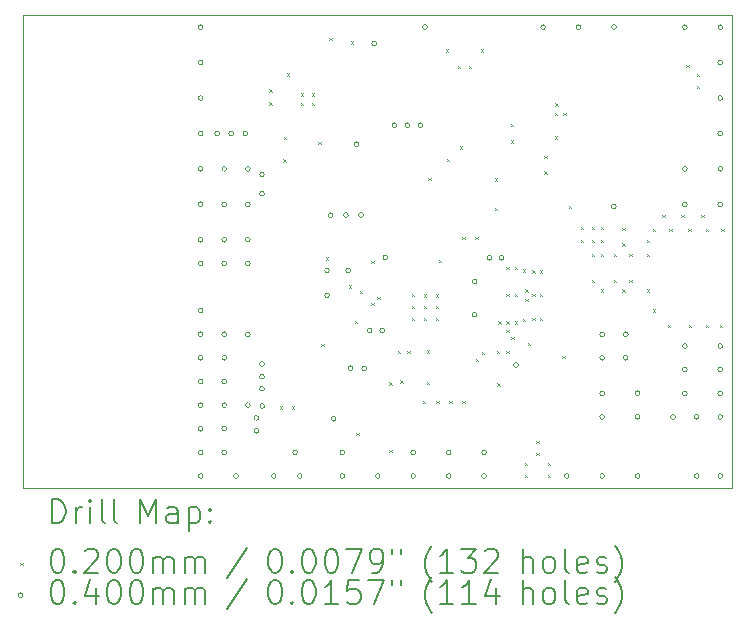
<source format=gbr>
%TF.GenerationSoftware,KiCad,Pcbnew,(7.0.0)*%
%TF.CreationDate,2023-03-08T15:07:33+02:00*%
%TF.ProjectId,SARA-R4_DevBoard,53415241-2d52-4345-9f44-6576426f6172,rev?*%
%TF.SameCoordinates,Original*%
%TF.FileFunction,Drillmap*%
%TF.FilePolarity,Positive*%
%FSLAX45Y45*%
G04 Gerber Fmt 4.5, Leading zero omitted, Abs format (unit mm)*
G04 Created by KiCad (PCBNEW (7.0.0)) date 2023-03-08 15:07:33*
%MOMM*%
%LPD*%
G01*
G04 APERTURE LIST*
%ADD10C,0.100000*%
%ADD11C,0.200000*%
%ADD12C,0.020000*%
%ADD13C,0.040000*%
G04 APERTURE END LIST*
D10*
X18000000Y-12000000D02*
X18000000Y-8000000D01*
X12000000Y-8000000D02*
X12000000Y-12000000D01*
X12000000Y-8000000D02*
X18000000Y-8000000D01*
X12000000Y-12000000D02*
X18000000Y-12000000D01*
D11*
D12*
X14082500Y-8737500D02*
X14102500Y-8757500D01*
X14102500Y-8737500D02*
X14082500Y-8757500D01*
X14083000Y-8625000D02*
X14103000Y-8645000D01*
X14103000Y-8625000D02*
X14083000Y-8645000D01*
X14170000Y-11310000D02*
X14190000Y-11330000D01*
X14190000Y-11310000D02*
X14170000Y-11330000D01*
X14200000Y-9220000D02*
X14220000Y-9240000D01*
X14220000Y-9220000D02*
X14200000Y-9240000D01*
X14203000Y-9028000D02*
X14223000Y-9048000D01*
X14223000Y-9028000D02*
X14203000Y-9048000D01*
X14230000Y-8490000D02*
X14250000Y-8510000D01*
X14250000Y-8490000D02*
X14230000Y-8510000D01*
X14270000Y-11310000D02*
X14290000Y-11330000D01*
X14290000Y-11310000D02*
X14270000Y-11330000D01*
X14350000Y-8660000D02*
X14370000Y-8680000D01*
X14370000Y-8660000D02*
X14350000Y-8680000D01*
X14350000Y-8740000D02*
X14370000Y-8760000D01*
X14370000Y-8740000D02*
X14350000Y-8760000D01*
X14440000Y-8660000D02*
X14460000Y-8680000D01*
X14460000Y-8660000D02*
X14440000Y-8680000D01*
X14440000Y-8740000D02*
X14460000Y-8760000D01*
X14460000Y-8740000D02*
X14440000Y-8760000D01*
X14497000Y-9069000D02*
X14517000Y-9089000D01*
X14517000Y-9069000D02*
X14497000Y-9089000D01*
X14521000Y-10782000D02*
X14541000Y-10802000D01*
X14541000Y-10782000D02*
X14521000Y-10802000D01*
X14560000Y-10050000D02*
X14580000Y-10070000D01*
X14580000Y-10050000D02*
X14560000Y-10070000D01*
X14590000Y-8190000D02*
X14610000Y-8210000D01*
X14610000Y-8190000D02*
X14590000Y-8210000D01*
X14755000Y-10285000D02*
X14775000Y-10305000D01*
X14775000Y-10285000D02*
X14755000Y-10305000D01*
X14770000Y-8220000D02*
X14790000Y-8240000D01*
X14790000Y-8220000D02*
X14770000Y-8240000D01*
X14804000Y-10585000D02*
X14824000Y-10605000D01*
X14824000Y-10585000D02*
X14804000Y-10605000D01*
X14820000Y-11533000D02*
X14840000Y-11553000D01*
X14840000Y-11533000D02*
X14820000Y-11553000D01*
X14850000Y-10335000D02*
X14870000Y-10355000D01*
X14870000Y-10335000D02*
X14850000Y-10355000D01*
X14946000Y-10077000D02*
X14966000Y-10097000D01*
X14966000Y-10077000D02*
X14946000Y-10097000D01*
X14946000Y-10436000D02*
X14966000Y-10456000D01*
X14966000Y-10436000D02*
X14946000Y-10456000D01*
X14997000Y-10385000D02*
X15017000Y-10405000D01*
X15017000Y-10385000D02*
X14997000Y-10405000D01*
X15097000Y-11106000D02*
X15117000Y-11126000D01*
X15117000Y-11106000D02*
X15097000Y-11126000D01*
X15098000Y-11681000D02*
X15118000Y-11701000D01*
X15118000Y-11681000D02*
X15098000Y-11701000D01*
X15170000Y-10840000D02*
X15190000Y-10860000D01*
X15190000Y-10840000D02*
X15170000Y-10860000D01*
X15190000Y-11090000D02*
X15210000Y-11110000D01*
X15210000Y-11090000D02*
X15190000Y-11110000D01*
X15250000Y-10840000D02*
X15270000Y-10860000D01*
X15270000Y-10840000D02*
X15250000Y-10860000D01*
X15291000Y-10360000D02*
X15311000Y-10380000D01*
X15311000Y-10360000D02*
X15291000Y-10380000D01*
X15291000Y-10459000D02*
X15311000Y-10479000D01*
X15311000Y-10459000D02*
X15291000Y-10479000D01*
X15291000Y-10560000D02*
X15311000Y-10580000D01*
X15311000Y-10560000D02*
X15291000Y-10580000D01*
X15383000Y-11265000D02*
X15403000Y-11285000D01*
X15403000Y-11265000D02*
X15383000Y-11285000D01*
X15390000Y-10361000D02*
X15410000Y-10381000D01*
X15410000Y-10361000D02*
X15390000Y-10381000D01*
X15390000Y-10460000D02*
X15410000Y-10480000D01*
X15410000Y-10460000D02*
X15390000Y-10480000D01*
X15390000Y-10561000D02*
X15410000Y-10581000D01*
X15410000Y-10561000D02*
X15390000Y-10581000D01*
X15415000Y-10835000D02*
X15435000Y-10855000D01*
X15435000Y-10835000D02*
X15415000Y-10855000D01*
X15415000Y-11103000D02*
X15435000Y-11123000D01*
X15435000Y-11103000D02*
X15415000Y-11123000D01*
X15427000Y-9377000D02*
X15447000Y-9397000D01*
X15447000Y-9377000D02*
X15427000Y-9397000D01*
X15489000Y-10361000D02*
X15509000Y-10381000D01*
X15509000Y-10361000D02*
X15489000Y-10381000D01*
X15489000Y-10460000D02*
X15509000Y-10480000D01*
X15509000Y-10460000D02*
X15489000Y-10480000D01*
X15489000Y-10561000D02*
X15509000Y-10581000D01*
X15509000Y-10561000D02*
X15489000Y-10581000D01*
X15495000Y-11265000D02*
X15515000Y-11285000D01*
X15515000Y-11265000D02*
X15495000Y-11285000D01*
X15516000Y-10072000D02*
X15536000Y-10092000D01*
X15536000Y-10072000D02*
X15516000Y-10092000D01*
X15575000Y-8288000D02*
X15595000Y-8308000D01*
X15595000Y-8288000D02*
X15575000Y-8308000D01*
X15586000Y-9216000D02*
X15606000Y-9236000D01*
X15606000Y-9216000D02*
X15586000Y-9236000D01*
X15605000Y-11265000D02*
X15625000Y-11285000D01*
X15625000Y-11265000D02*
X15605000Y-11285000D01*
X15680000Y-8430000D02*
X15700000Y-8450000D01*
X15700000Y-8430000D02*
X15680000Y-8450000D01*
X15695000Y-9109000D02*
X15715000Y-9129000D01*
X15715000Y-9109000D02*
X15695000Y-9129000D01*
X15715000Y-11265000D02*
X15735000Y-11285000D01*
X15735000Y-11265000D02*
X15715000Y-11285000D01*
X15716000Y-9874000D02*
X15736000Y-9894000D01*
X15736000Y-9874000D02*
X15716000Y-9894000D01*
X15770000Y-8430000D02*
X15790000Y-8450000D01*
X15790000Y-8430000D02*
X15770000Y-8450000D01*
X15825000Y-9874000D02*
X15845000Y-9894000D01*
X15845000Y-9874000D02*
X15825000Y-9894000D01*
X15830000Y-10910000D02*
X15850000Y-10930000D01*
X15850000Y-10910000D02*
X15830000Y-10930000D01*
X15875000Y-8288000D02*
X15895000Y-8308000D01*
X15895000Y-8288000D02*
X15875000Y-8308000D01*
X15880000Y-10850000D02*
X15900000Y-10870000D01*
X15900000Y-10850000D02*
X15880000Y-10870000D01*
X15990000Y-9380000D02*
X16010000Y-9400000D01*
X16010000Y-9380000D02*
X15990000Y-9400000D01*
X15990000Y-9631000D02*
X16010000Y-9651000D01*
X16010000Y-9631000D02*
X15990000Y-9651000D01*
X16010000Y-10840000D02*
X16030000Y-10860000D01*
X16030000Y-10840000D02*
X16010000Y-10860000D01*
X16012000Y-11117000D02*
X16032000Y-11137000D01*
X16032000Y-11117000D02*
X16012000Y-11137000D01*
X16020000Y-10590000D02*
X16040000Y-10610000D01*
X16040000Y-10590000D02*
X16020000Y-10610000D01*
X16090000Y-10130000D02*
X16110000Y-10150000D01*
X16110000Y-10130000D02*
X16090000Y-10150000D01*
X16090000Y-10360000D02*
X16110000Y-10380000D01*
X16110000Y-10360000D02*
X16090000Y-10380000D01*
X16090000Y-10590000D02*
X16110000Y-10610000D01*
X16110000Y-10590000D02*
X16090000Y-10610000D01*
X16090000Y-10660000D02*
X16110000Y-10680000D01*
X16110000Y-10660000D02*
X16090000Y-10680000D01*
X16090000Y-10840000D02*
X16110000Y-10860000D01*
X16110000Y-10840000D02*
X16090000Y-10860000D01*
X16128000Y-8920000D02*
X16148000Y-8940000D01*
X16148000Y-8920000D02*
X16128000Y-8940000D01*
X16128000Y-9058000D02*
X16148000Y-9078000D01*
X16148000Y-9058000D02*
X16128000Y-9078000D01*
X16130000Y-10720000D02*
X16150000Y-10740000D01*
X16150000Y-10720000D02*
X16130000Y-10740000D01*
X16160000Y-10130000D02*
X16180000Y-10150000D01*
X16180000Y-10130000D02*
X16160000Y-10150000D01*
X16160000Y-10360000D02*
X16180000Y-10380000D01*
X16180000Y-10360000D02*
X16160000Y-10380000D01*
X16160000Y-10590000D02*
X16180000Y-10610000D01*
X16180000Y-10590000D02*
X16160000Y-10610000D01*
X16230000Y-10150000D02*
X16250000Y-10170000D01*
X16250000Y-10150000D02*
X16230000Y-10170000D01*
X16230000Y-10570000D02*
X16250000Y-10590000D01*
X16250000Y-10570000D02*
X16230000Y-10590000D01*
X16246500Y-11790000D02*
X16266500Y-11810000D01*
X16266500Y-11790000D02*
X16246500Y-11810000D01*
X16246500Y-11891000D02*
X16266500Y-11911000D01*
X16266500Y-11891000D02*
X16246500Y-11911000D01*
X16250000Y-10320000D02*
X16270000Y-10340000D01*
X16270000Y-10320000D02*
X16250000Y-10340000D01*
X16250000Y-10400000D02*
X16270000Y-10420000D01*
X16270000Y-10400000D02*
X16250000Y-10420000D01*
X16270000Y-10770000D02*
X16290000Y-10790000D01*
X16290000Y-10770000D02*
X16270000Y-10790000D01*
X16310000Y-10160000D02*
X16330000Y-10180000D01*
X16330000Y-10160000D02*
X16310000Y-10180000D01*
X16310000Y-10360000D02*
X16330000Y-10380000D01*
X16330000Y-10360000D02*
X16310000Y-10380000D01*
X16310000Y-10560000D02*
X16330000Y-10580000D01*
X16330000Y-10560000D02*
X16310000Y-10580000D01*
X16342500Y-11601000D02*
X16362500Y-11621000D01*
X16362500Y-11601000D02*
X16342500Y-11621000D01*
X16342500Y-11703000D02*
X16362500Y-11723000D01*
X16362500Y-11703000D02*
X16342500Y-11723000D01*
X16370000Y-10160000D02*
X16390000Y-10180000D01*
X16390000Y-10160000D02*
X16370000Y-10180000D01*
X16370000Y-10360000D02*
X16390000Y-10380000D01*
X16390000Y-10360000D02*
X16370000Y-10380000D01*
X16370000Y-10560000D02*
X16390000Y-10580000D01*
X16390000Y-10560000D02*
X16370000Y-10580000D01*
X16410000Y-9190000D02*
X16430000Y-9210000D01*
X16430000Y-9190000D02*
X16410000Y-9210000D01*
X16410000Y-9320000D02*
X16430000Y-9340000D01*
X16430000Y-9320000D02*
X16410000Y-9340000D01*
X16438500Y-11789000D02*
X16458500Y-11809000D01*
X16458500Y-11789000D02*
X16438500Y-11809000D01*
X16438500Y-11891000D02*
X16458500Y-11911000D01*
X16458500Y-11891000D02*
X16438500Y-11911000D01*
X16501000Y-8823000D02*
X16521000Y-8843000D01*
X16521000Y-8823000D02*
X16501000Y-8843000D01*
X16501000Y-9025000D02*
X16521000Y-9045000D01*
X16521000Y-9025000D02*
X16501000Y-9045000D01*
X16502000Y-8744000D02*
X16522000Y-8764000D01*
X16522000Y-8744000D02*
X16502000Y-8764000D01*
X16562500Y-10885000D02*
X16582500Y-10905000D01*
X16582500Y-10885000D02*
X16562500Y-10905000D01*
X16571000Y-8823000D02*
X16591000Y-8843000D01*
X16591000Y-8823000D02*
X16571000Y-8843000D01*
X16619000Y-9612000D02*
X16639000Y-9632000D01*
X16639000Y-9612000D02*
X16619000Y-9632000D01*
X16720000Y-9790000D02*
X16740000Y-9810000D01*
X16740000Y-9790000D02*
X16720000Y-9810000D01*
X16720000Y-9900000D02*
X16740000Y-9920000D01*
X16740000Y-9900000D02*
X16720000Y-9920000D01*
X16810000Y-9790000D02*
X16830000Y-9810000D01*
X16830000Y-9790000D02*
X16810000Y-9810000D01*
X16810000Y-9900000D02*
X16830000Y-9920000D01*
X16830000Y-9900000D02*
X16810000Y-9920000D01*
X16810000Y-10020000D02*
X16830000Y-10040000D01*
X16830000Y-10020000D02*
X16810000Y-10040000D01*
X16810000Y-10240000D02*
X16830000Y-10260000D01*
X16830000Y-10240000D02*
X16810000Y-10260000D01*
X16890000Y-9790000D02*
X16910000Y-9810000D01*
X16910000Y-9790000D02*
X16890000Y-9810000D01*
X16890000Y-9900000D02*
X16910000Y-9920000D01*
X16910000Y-9900000D02*
X16890000Y-9920000D01*
X16890000Y-10020000D02*
X16910000Y-10040000D01*
X16910000Y-10020000D02*
X16890000Y-10040000D01*
X16890000Y-10320000D02*
X16910000Y-10340000D01*
X16910000Y-10320000D02*
X16890000Y-10340000D01*
X17000000Y-10020000D02*
X17020000Y-10040000D01*
X17020000Y-10020000D02*
X17000000Y-10040000D01*
X17000000Y-10240000D02*
X17020000Y-10260000D01*
X17020000Y-10240000D02*
X17000000Y-10260000D01*
X17070000Y-9800000D02*
X17090000Y-9820000D01*
X17090000Y-9800000D02*
X17070000Y-9820000D01*
X17070000Y-9930000D02*
X17090000Y-9950000D01*
X17090000Y-9930000D02*
X17070000Y-9950000D01*
X17070000Y-10320000D02*
X17090000Y-10340000D01*
X17090000Y-10320000D02*
X17070000Y-10340000D01*
X17130000Y-10020000D02*
X17150000Y-10040000D01*
X17150000Y-10020000D02*
X17130000Y-10040000D01*
X17130000Y-10240000D02*
X17150000Y-10260000D01*
X17150000Y-10240000D02*
X17130000Y-10260000D01*
X17280000Y-9900000D02*
X17300000Y-9920000D01*
X17300000Y-9900000D02*
X17280000Y-9920000D01*
X17280000Y-10020000D02*
X17300000Y-10040000D01*
X17300000Y-10020000D02*
X17280000Y-10040000D01*
X17280000Y-10320000D02*
X17300000Y-10340000D01*
X17300000Y-10320000D02*
X17280000Y-10340000D01*
X17330000Y-9810000D02*
X17350000Y-9830000D01*
X17350000Y-9810000D02*
X17330000Y-9830000D01*
X17330000Y-10490000D02*
X17350000Y-10510000D01*
X17350000Y-10490000D02*
X17330000Y-10510000D01*
X17410000Y-9690000D02*
X17430000Y-9710000D01*
X17430000Y-9690000D02*
X17410000Y-9710000D01*
X17455000Y-10622000D02*
X17475000Y-10642000D01*
X17475000Y-10622000D02*
X17455000Y-10642000D01*
X17470000Y-9810000D02*
X17490000Y-9830000D01*
X17490000Y-9810000D02*
X17470000Y-9830000D01*
X17570000Y-9690000D02*
X17590000Y-9710000D01*
X17590000Y-9690000D02*
X17570000Y-9710000D01*
X17612000Y-8418000D02*
X17632000Y-8438000D01*
X17632000Y-8418000D02*
X17612000Y-8438000D01*
X17630000Y-9810000D02*
X17650000Y-9830000D01*
X17650000Y-9810000D02*
X17630000Y-9830000D01*
X17631000Y-10622000D02*
X17651000Y-10642000D01*
X17651000Y-10622000D02*
X17631000Y-10642000D01*
X17699000Y-8599000D02*
X17719000Y-8619000D01*
X17719000Y-8599000D02*
X17699000Y-8619000D01*
X17700000Y-8494000D02*
X17720000Y-8514000D01*
X17720000Y-8494000D02*
X17700000Y-8514000D01*
X17740000Y-9690000D02*
X17760000Y-9710000D01*
X17760000Y-9690000D02*
X17740000Y-9710000D01*
X17780000Y-9810000D02*
X17800000Y-9830000D01*
X17800000Y-9810000D02*
X17780000Y-9830000D01*
X17780000Y-10622000D02*
X17800000Y-10642000D01*
X17800000Y-10622000D02*
X17780000Y-10642000D01*
X17895000Y-10621000D02*
X17915000Y-10641000D01*
X17915000Y-10621000D02*
X17895000Y-10641000D01*
X17910000Y-9810000D02*
X17930000Y-9830000D01*
X17930000Y-9810000D02*
X17910000Y-9830000D01*
D13*
X13520000Y-8100000D02*
G75*
G03*
X13520000Y-8100000I-20000J0D01*
G01*
X13520000Y-8400000D02*
G75*
G03*
X13520000Y-8400000I-20000J0D01*
G01*
X13520000Y-8700000D02*
G75*
G03*
X13520000Y-8700000I-20000J0D01*
G01*
X13520000Y-9000000D02*
G75*
G03*
X13520000Y-9000000I-20000J0D01*
G01*
X13520000Y-9300000D02*
G75*
G03*
X13520000Y-9300000I-20000J0D01*
G01*
X13520000Y-9600000D02*
G75*
G03*
X13520000Y-9600000I-20000J0D01*
G01*
X13520000Y-9900000D02*
G75*
G03*
X13520000Y-9900000I-20000J0D01*
G01*
X13520000Y-10100000D02*
G75*
G03*
X13520000Y-10100000I-20000J0D01*
G01*
X13520000Y-10500000D02*
G75*
G03*
X13520000Y-10500000I-20000J0D01*
G01*
X13520000Y-10700000D02*
G75*
G03*
X13520000Y-10700000I-20000J0D01*
G01*
X13520000Y-10900000D02*
G75*
G03*
X13520000Y-10900000I-20000J0D01*
G01*
X13520000Y-11100000D02*
G75*
G03*
X13520000Y-11100000I-20000J0D01*
G01*
X13520000Y-11300000D02*
G75*
G03*
X13520000Y-11300000I-20000J0D01*
G01*
X13520000Y-11500000D02*
G75*
G03*
X13520000Y-11500000I-20000J0D01*
G01*
X13520000Y-11700000D02*
G75*
G03*
X13520000Y-11700000I-20000J0D01*
G01*
X13520000Y-11900000D02*
G75*
G03*
X13520000Y-11900000I-20000J0D01*
G01*
X13660000Y-9000000D02*
G75*
G03*
X13660000Y-9000000I-20000J0D01*
G01*
X13720000Y-9300000D02*
G75*
G03*
X13720000Y-9300000I-20000J0D01*
G01*
X13720000Y-9600000D02*
G75*
G03*
X13720000Y-9600000I-20000J0D01*
G01*
X13720000Y-9900000D02*
G75*
G03*
X13720000Y-9900000I-20000J0D01*
G01*
X13720000Y-10100000D02*
G75*
G03*
X13720000Y-10100000I-20000J0D01*
G01*
X13720000Y-10700000D02*
G75*
G03*
X13720000Y-10700000I-20000J0D01*
G01*
X13720000Y-10900000D02*
G75*
G03*
X13720000Y-10900000I-20000J0D01*
G01*
X13720000Y-11100000D02*
G75*
G03*
X13720000Y-11100000I-20000J0D01*
G01*
X13720000Y-11300000D02*
G75*
G03*
X13720000Y-11300000I-20000J0D01*
G01*
X13720000Y-11500000D02*
G75*
G03*
X13720000Y-11500000I-20000J0D01*
G01*
X13720000Y-11700000D02*
G75*
G03*
X13720000Y-11700000I-20000J0D01*
G01*
X13780000Y-9000000D02*
G75*
G03*
X13780000Y-9000000I-20000J0D01*
G01*
X13820000Y-11900000D02*
G75*
G03*
X13820000Y-11900000I-20000J0D01*
G01*
X13900000Y-9000000D02*
G75*
G03*
X13900000Y-9000000I-20000J0D01*
G01*
X13920000Y-9300000D02*
G75*
G03*
X13920000Y-9300000I-20000J0D01*
G01*
X13920000Y-9600000D02*
G75*
G03*
X13920000Y-9600000I-20000J0D01*
G01*
X13920000Y-9900000D02*
G75*
G03*
X13920000Y-9900000I-20000J0D01*
G01*
X13920000Y-10100000D02*
G75*
G03*
X13920000Y-10100000I-20000J0D01*
G01*
X13920000Y-10700000D02*
G75*
G03*
X13920000Y-10700000I-20000J0D01*
G01*
X13920000Y-11300000D02*
G75*
G03*
X13920000Y-11300000I-20000J0D01*
G01*
X13992000Y-11518000D02*
G75*
G03*
X13992000Y-11518000I-20000J0D01*
G01*
X13993000Y-11409000D02*
G75*
G03*
X13993000Y-11409000I-20000J0D01*
G01*
X14040000Y-9348000D02*
G75*
G03*
X14040000Y-9348000I-20000J0D01*
G01*
X14040000Y-9510000D02*
G75*
G03*
X14040000Y-9510000I-20000J0D01*
G01*
X14040000Y-10952000D02*
G75*
G03*
X14040000Y-10952000I-20000J0D01*
G01*
X14040000Y-11060000D02*
G75*
G03*
X14040000Y-11060000I-20000J0D01*
G01*
X14040000Y-11162000D02*
G75*
G03*
X14040000Y-11162000I-20000J0D01*
G01*
X14042000Y-11308000D02*
G75*
G03*
X14042000Y-11308000I-20000J0D01*
G01*
X14140000Y-11900000D02*
G75*
G03*
X14140000Y-11900000I-20000J0D01*
G01*
X14320000Y-11700000D02*
G75*
G03*
X14320000Y-11700000I-20000J0D01*
G01*
X14360000Y-11900000D02*
G75*
G03*
X14360000Y-11900000I-20000J0D01*
G01*
X14590000Y-10160000D02*
G75*
G03*
X14590000Y-10160000I-20000J0D01*
G01*
X14591000Y-10370000D02*
G75*
G03*
X14591000Y-10370000I-20000J0D01*
G01*
X14621000Y-9693000D02*
G75*
G03*
X14621000Y-9693000I-20000J0D01*
G01*
X14646000Y-11415000D02*
G75*
G03*
X14646000Y-11415000I-20000J0D01*
G01*
X14720000Y-11700000D02*
G75*
G03*
X14720000Y-11700000I-20000J0D01*
G01*
X14720000Y-11900000D02*
G75*
G03*
X14720000Y-11900000I-20000J0D01*
G01*
X14750000Y-9691000D02*
G75*
G03*
X14750000Y-9691000I-20000J0D01*
G01*
X14770000Y-10160000D02*
G75*
G03*
X14770000Y-10160000I-20000J0D01*
G01*
X14789000Y-10988000D02*
G75*
G03*
X14789000Y-10988000I-20000J0D01*
G01*
X14840000Y-9090000D02*
G75*
G03*
X14840000Y-9090000I-20000J0D01*
G01*
X14879000Y-9690000D02*
G75*
G03*
X14879000Y-9690000I-20000J0D01*
G01*
X14905000Y-10989000D02*
G75*
G03*
X14905000Y-10989000I-20000J0D01*
G01*
X14951000Y-10667000D02*
G75*
G03*
X14951000Y-10667000I-20000J0D01*
G01*
X14990000Y-8240000D02*
G75*
G03*
X14990000Y-8240000I-20000J0D01*
G01*
X15020000Y-11900000D02*
G75*
G03*
X15020000Y-11900000I-20000J0D01*
G01*
X15058000Y-10667000D02*
G75*
G03*
X15058000Y-10667000I-20000J0D01*
G01*
X15085000Y-10051000D02*
G75*
G03*
X15085000Y-10051000I-20000J0D01*
G01*
X15160000Y-8930000D02*
G75*
G03*
X15160000Y-8930000I-20000J0D01*
G01*
X15270000Y-8930000D02*
G75*
G03*
X15270000Y-8930000I-20000J0D01*
G01*
X15320000Y-11700000D02*
G75*
G03*
X15320000Y-11700000I-20000J0D01*
G01*
X15320000Y-11900000D02*
G75*
G03*
X15320000Y-11900000I-20000J0D01*
G01*
X15380000Y-8930000D02*
G75*
G03*
X15380000Y-8930000I-20000J0D01*
G01*
X15420000Y-8100000D02*
G75*
G03*
X15420000Y-8100000I-20000J0D01*
G01*
X15620000Y-11700000D02*
G75*
G03*
X15620000Y-11700000I-20000J0D01*
G01*
X15620000Y-11900000D02*
G75*
G03*
X15620000Y-11900000I-20000J0D01*
G01*
X15839000Y-10534000D02*
G75*
G03*
X15839000Y-10534000I-20000J0D01*
G01*
X15840000Y-10252000D02*
G75*
G03*
X15840000Y-10252000I-20000J0D01*
G01*
X15920000Y-11700000D02*
G75*
G03*
X15920000Y-11700000I-20000J0D01*
G01*
X15920000Y-11900000D02*
G75*
G03*
X15920000Y-11900000I-20000J0D01*
G01*
X15966000Y-10054000D02*
G75*
G03*
X15966000Y-10054000I-20000J0D01*
G01*
X16067000Y-10054000D02*
G75*
G03*
X16067000Y-10054000I-20000J0D01*
G01*
X16190000Y-10960000D02*
G75*
G03*
X16190000Y-10960000I-20000J0D01*
G01*
X16420000Y-8100000D02*
G75*
G03*
X16420000Y-8100000I-20000J0D01*
G01*
X16620000Y-11900000D02*
G75*
G03*
X16620000Y-11900000I-20000J0D01*
G01*
X16720000Y-8100000D02*
G75*
G03*
X16720000Y-8100000I-20000J0D01*
G01*
X16920000Y-10700000D02*
G75*
G03*
X16920000Y-10700000I-20000J0D01*
G01*
X16920000Y-10900000D02*
G75*
G03*
X16920000Y-10900000I-20000J0D01*
G01*
X16920000Y-11200000D02*
G75*
G03*
X16920000Y-11200000I-20000J0D01*
G01*
X16920000Y-11400000D02*
G75*
G03*
X16920000Y-11400000I-20000J0D01*
G01*
X16920000Y-11900000D02*
G75*
G03*
X16920000Y-11900000I-20000J0D01*
G01*
X17018000Y-9618000D02*
G75*
G03*
X17018000Y-9618000I-20000J0D01*
G01*
X17020000Y-8100000D02*
G75*
G03*
X17020000Y-8100000I-20000J0D01*
G01*
X17120000Y-10700000D02*
G75*
G03*
X17120000Y-10700000I-20000J0D01*
G01*
X17120000Y-10900000D02*
G75*
G03*
X17120000Y-10900000I-20000J0D01*
G01*
X17220000Y-11200000D02*
G75*
G03*
X17220000Y-11200000I-20000J0D01*
G01*
X17220000Y-11400000D02*
G75*
G03*
X17220000Y-11400000I-20000J0D01*
G01*
X17220000Y-11900000D02*
G75*
G03*
X17220000Y-11900000I-20000J0D01*
G01*
X17520000Y-11400000D02*
G75*
G03*
X17520000Y-11400000I-20000J0D01*
G01*
X17620000Y-8100000D02*
G75*
G03*
X17620000Y-8100000I-20000J0D01*
G01*
X17620000Y-9300000D02*
G75*
G03*
X17620000Y-9300000I-20000J0D01*
G01*
X17620000Y-9600000D02*
G75*
G03*
X17620000Y-9600000I-20000J0D01*
G01*
X17620000Y-10800000D02*
G75*
G03*
X17620000Y-10800000I-20000J0D01*
G01*
X17620000Y-11000000D02*
G75*
G03*
X17620000Y-11000000I-20000J0D01*
G01*
X17620000Y-11200000D02*
G75*
G03*
X17620000Y-11200000I-20000J0D01*
G01*
X17720000Y-11400000D02*
G75*
G03*
X17720000Y-11400000I-20000J0D01*
G01*
X17720000Y-11900000D02*
G75*
G03*
X17720000Y-11900000I-20000J0D01*
G01*
X17920000Y-8100000D02*
G75*
G03*
X17920000Y-8100000I-20000J0D01*
G01*
X17920000Y-8400000D02*
G75*
G03*
X17920000Y-8400000I-20000J0D01*
G01*
X17920000Y-8700000D02*
G75*
G03*
X17920000Y-8700000I-20000J0D01*
G01*
X17920000Y-9000000D02*
G75*
G03*
X17920000Y-9000000I-20000J0D01*
G01*
X17920000Y-9300000D02*
G75*
G03*
X17920000Y-9300000I-20000J0D01*
G01*
X17920000Y-9600000D02*
G75*
G03*
X17920000Y-9600000I-20000J0D01*
G01*
X17920000Y-10800000D02*
G75*
G03*
X17920000Y-10800000I-20000J0D01*
G01*
X17920000Y-11000000D02*
G75*
G03*
X17920000Y-11000000I-20000J0D01*
G01*
X17920000Y-11200000D02*
G75*
G03*
X17920000Y-11200000I-20000J0D01*
G01*
X17920000Y-11400000D02*
G75*
G03*
X17920000Y-11400000I-20000J0D01*
G01*
X17920000Y-11900000D02*
G75*
G03*
X17920000Y-11900000I-20000J0D01*
G01*
D11*
X12242619Y-12298476D02*
X12242619Y-12098476D01*
X12242619Y-12098476D02*
X12290238Y-12098476D01*
X12290238Y-12098476D02*
X12318809Y-12108000D01*
X12318809Y-12108000D02*
X12337857Y-12127048D01*
X12337857Y-12127048D02*
X12347381Y-12146095D01*
X12347381Y-12146095D02*
X12356905Y-12184190D01*
X12356905Y-12184190D02*
X12356905Y-12212762D01*
X12356905Y-12212762D02*
X12347381Y-12250857D01*
X12347381Y-12250857D02*
X12337857Y-12269905D01*
X12337857Y-12269905D02*
X12318809Y-12288952D01*
X12318809Y-12288952D02*
X12290238Y-12298476D01*
X12290238Y-12298476D02*
X12242619Y-12298476D01*
X12442619Y-12298476D02*
X12442619Y-12165143D01*
X12442619Y-12203238D02*
X12452143Y-12184190D01*
X12452143Y-12184190D02*
X12461667Y-12174667D01*
X12461667Y-12174667D02*
X12480714Y-12165143D01*
X12480714Y-12165143D02*
X12499762Y-12165143D01*
X12566428Y-12298476D02*
X12566428Y-12165143D01*
X12566428Y-12098476D02*
X12556905Y-12108000D01*
X12556905Y-12108000D02*
X12566428Y-12117524D01*
X12566428Y-12117524D02*
X12575952Y-12108000D01*
X12575952Y-12108000D02*
X12566428Y-12098476D01*
X12566428Y-12098476D02*
X12566428Y-12117524D01*
X12690238Y-12298476D02*
X12671190Y-12288952D01*
X12671190Y-12288952D02*
X12661667Y-12269905D01*
X12661667Y-12269905D02*
X12661667Y-12098476D01*
X12795000Y-12298476D02*
X12775952Y-12288952D01*
X12775952Y-12288952D02*
X12766428Y-12269905D01*
X12766428Y-12269905D02*
X12766428Y-12098476D01*
X12991190Y-12298476D02*
X12991190Y-12098476D01*
X12991190Y-12098476D02*
X13057857Y-12241333D01*
X13057857Y-12241333D02*
X13124524Y-12098476D01*
X13124524Y-12098476D02*
X13124524Y-12298476D01*
X13305476Y-12298476D02*
X13305476Y-12193714D01*
X13305476Y-12193714D02*
X13295952Y-12174667D01*
X13295952Y-12174667D02*
X13276905Y-12165143D01*
X13276905Y-12165143D02*
X13238809Y-12165143D01*
X13238809Y-12165143D02*
X13219762Y-12174667D01*
X13305476Y-12288952D02*
X13286428Y-12298476D01*
X13286428Y-12298476D02*
X13238809Y-12298476D01*
X13238809Y-12298476D02*
X13219762Y-12288952D01*
X13219762Y-12288952D02*
X13210238Y-12269905D01*
X13210238Y-12269905D02*
X13210238Y-12250857D01*
X13210238Y-12250857D02*
X13219762Y-12231809D01*
X13219762Y-12231809D02*
X13238809Y-12222286D01*
X13238809Y-12222286D02*
X13286428Y-12222286D01*
X13286428Y-12222286D02*
X13305476Y-12212762D01*
X13400714Y-12165143D02*
X13400714Y-12365143D01*
X13400714Y-12174667D02*
X13419762Y-12165143D01*
X13419762Y-12165143D02*
X13457857Y-12165143D01*
X13457857Y-12165143D02*
X13476905Y-12174667D01*
X13476905Y-12174667D02*
X13486428Y-12184190D01*
X13486428Y-12184190D02*
X13495952Y-12203238D01*
X13495952Y-12203238D02*
X13495952Y-12260381D01*
X13495952Y-12260381D02*
X13486428Y-12279428D01*
X13486428Y-12279428D02*
X13476905Y-12288952D01*
X13476905Y-12288952D02*
X13457857Y-12298476D01*
X13457857Y-12298476D02*
X13419762Y-12298476D01*
X13419762Y-12298476D02*
X13400714Y-12288952D01*
X13581667Y-12279428D02*
X13591190Y-12288952D01*
X13591190Y-12288952D02*
X13581667Y-12298476D01*
X13581667Y-12298476D02*
X13572143Y-12288952D01*
X13572143Y-12288952D02*
X13581667Y-12279428D01*
X13581667Y-12279428D02*
X13581667Y-12298476D01*
X13581667Y-12174667D02*
X13591190Y-12184190D01*
X13591190Y-12184190D02*
X13581667Y-12193714D01*
X13581667Y-12193714D02*
X13572143Y-12184190D01*
X13572143Y-12184190D02*
X13581667Y-12174667D01*
X13581667Y-12174667D02*
X13581667Y-12193714D01*
D12*
X11975000Y-12635000D02*
X11995000Y-12655000D01*
X11995000Y-12635000D02*
X11975000Y-12655000D01*
D11*
X12280714Y-12518476D02*
X12299762Y-12518476D01*
X12299762Y-12518476D02*
X12318809Y-12528000D01*
X12318809Y-12528000D02*
X12328333Y-12537524D01*
X12328333Y-12537524D02*
X12337857Y-12556571D01*
X12337857Y-12556571D02*
X12347381Y-12594667D01*
X12347381Y-12594667D02*
X12347381Y-12642286D01*
X12347381Y-12642286D02*
X12337857Y-12680381D01*
X12337857Y-12680381D02*
X12328333Y-12699428D01*
X12328333Y-12699428D02*
X12318809Y-12708952D01*
X12318809Y-12708952D02*
X12299762Y-12718476D01*
X12299762Y-12718476D02*
X12280714Y-12718476D01*
X12280714Y-12718476D02*
X12261667Y-12708952D01*
X12261667Y-12708952D02*
X12252143Y-12699428D01*
X12252143Y-12699428D02*
X12242619Y-12680381D01*
X12242619Y-12680381D02*
X12233095Y-12642286D01*
X12233095Y-12642286D02*
X12233095Y-12594667D01*
X12233095Y-12594667D02*
X12242619Y-12556571D01*
X12242619Y-12556571D02*
X12252143Y-12537524D01*
X12252143Y-12537524D02*
X12261667Y-12528000D01*
X12261667Y-12528000D02*
X12280714Y-12518476D01*
X12433095Y-12699428D02*
X12442619Y-12708952D01*
X12442619Y-12708952D02*
X12433095Y-12718476D01*
X12433095Y-12718476D02*
X12423571Y-12708952D01*
X12423571Y-12708952D02*
X12433095Y-12699428D01*
X12433095Y-12699428D02*
X12433095Y-12718476D01*
X12518809Y-12537524D02*
X12528333Y-12528000D01*
X12528333Y-12528000D02*
X12547381Y-12518476D01*
X12547381Y-12518476D02*
X12595000Y-12518476D01*
X12595000Y-12518476D02*
X12614048Y-12528000D01*
X12614048Y-12528000D02*
X12623571Y-12537524D01*
X12623571Y-12537524D02*
X12633095Y-12556571D01*
X12633095Y-12556571D02*
X12633095Y-12575619D01*
X12633095Y-12575619D02*
X12623571Y-12604190D01*
X12623571Y-12604190D02*
X12509286Y-12718476D01*
X12509286Y-12718476D02*
X12633095Y-12718476D01*
X12756905Y-12518476D02*
X12775952Y-12518476D01*
X12775952Y-12518476D02*
X12795000Y-12528000D01*
X12795000Y-12528000D02*
X12804524Y-12537524D01*
X12804524Y-12537524D02*
X12814048Y-12556571D01*
X12814048Y-12556571D02*
X12823571Y-12594667D01*
X12823571Y-12594667D02*
X12823571Y-12642286D01*
X12823571Y-12642286D02*
X12814048Y-12680381D01*
X12814048Y-12680381D02*
X12804524Y-12699428D01*
X12804524Y-12699428D02*
X12795000Y-12708952D01*
X12795000Y-12708952D02*
X12775952Y-12718476D01*
X12775952Y-12718476D02*
X12756905Y-12718476D01*
X12756905Y-12718476D02*
X12737857Y-12708952D01*
X12737857Y-12708952D02*
X12728333Y-12699428D01*
X12728333Y-12699428D02*
X12718809Y-12680381D01*
X12718809Y-12680381D02*
X12709286Y-12642286D01*
X12709286Y-12642286D02*
X12709286Y-12594667D01*
X12709286Y-12594667D02*
X12718809Y-12556571D01*
X12718809Y-12556571D02*
X12728333Y-12537524D01*
X12728333Y-12537524D02*
X12737857Y-12528000D01*
X12737857Y-12528000D02*
X12756905Y-12518476D01*
X12947381Y-12518476D02*
X12966429Y-12518476D01*
X12966429Y-12518476D02*
X12985476Y-12528000D01*
X12985476Y-12528000D02*
X12995000Y-12537524D01*
X12995000Y-12537524D02*
X13004524Y-12556571D01*
X13004524Y-12556571D02*
X13014048Y-12594667D01*
X13014048Y-12594667D02*
X13014048Y-12642286D01*
X13014048Y-12642286D02*
X13004524Y-12680381D01*
X13004524Y-12680381D02*
X12995000Y-12699428D01*
X12995000Y-12699428D02*
X12985476Y-12708952D01*
X12985476Y-12708952D02*
X12966429Y-12718476D01*
X12966429Y-12718476D02*
X12947381Y-12718476D01*
X12947381Y-12718476D02*
X12928333Y-12708952D01*
X12928333Y-12708952D02*
X12918809Y-12699428D01*
X12918809Y-12699428D02*
X12909286Y-12680381D01*
X12909286Y-12680381D02*
X12899762Y-12642286D01*
X12899762Y-12642286D02*
X12899762Y-12594667D01*
X12899762Y-12594667D02*
X12909286Y-12556571D01*
X12909286Y-12556571D02*
X12918809Y-12537524D01*
X12918809Y-12537524D02*
X12928333Y-12528000D01*
X12928333Y-12528000D02*
X12947381Y-12518476D01*
X13099762Y-12718476D02*
X13099762Y-12585143D01*
X13099762Y-12604190D02*
X13109286Y-12594667D01*
X13109286Y-12594667D02*
X13128333Y-12585143D01*
X13128333Y-12585143D02*
X13156905Y-12585143D01*
X13156905Y-12585143D02*
X13175952Y-12594667D01*
X13175952Y-12594667D02*
X13185476Y-12613714D01*
X13185476Y-12613714D02*
X13185476Y-12718476D01*
X13185476Y-12613714D02*
X13195000Y-12594667D01*
X13195000Y-12594667D02*
X13214048Y-12585143D01*
X13214048Y-12585143D02*
X13242619Y-12585143D01*
X13242619Y-12585143D02*
X13261667Y-12594667D01*
X13261667Y-12594667D02*
X13271190Y-12613714D01*
X13271190Y-12613714D02*
X13271190Y-12718476D01*
X13366429Y-12718476D02*
X13366429Y-12585143D01*
X13366429Y-12604190D02*
X13375952Y-12594667D01*
X13375952Y-12594667D02*
X13395000Y-12585143D01*
X13395000Y-12585143D02*
X13423571Y-12585143D01*
X13423571Y-12585143D02*
X13442619Y-12594667D01*
X13442619Y-12594667D02*
X13452143Y-12613714D01*
X13452143Y-12613714D02*
X13452143Y-12718476D01*
X13452143Y-12613714D02*
X13461667Y-12594667D01*
X13461667Y-12594667D02*
X13480714Y-12585143D01*
X13480714Y-12585143D02*
X13509286Y-12585143D01*
X13509286Y-12585143D02*
X13528333Y-12594667D01*
X13528333Y-12594667D02*
X13537857Y-12613714D01*
X13537857Y-12613714D02*
X13537857Y-12718476D01*
X13895952Y-12508952D02*
X13724524Y-12766095D01*
X14120714Y-12518476D02*
X14139762Y-12518476D01*
X14139762Y-12518476D02*
X14158810Y-12528000D01*
X14158810Y-12528000D02*
X14168333Y-12537524D01*
X14168333Y-12537524D02*
X14177857Y-12556571D01*
X14177857Y-12556571D02*
X14187381Y-12594667D01*
X14187381Y-12594667D02*
X14187381Y-12642286D01*
X14187381Y-12642286D02*
X14177857Y-12680381D01*
X14177857Y-12680381D02*
X14168333Y-12699428D01*
X14168333Y-12699428D02*
X14158810Y-12708952D01*
X14158810Y-12708952D02*
X14139762Y-12718476D01*
X14139762Y-12718476D02*
X14120714Y-12718476D01*
X14120714Y-12718476D02*
X14101667Y-12708952D01*
X14101667Y-12708952D02*
X14092143Y-12699428D01*
X14092143Y-12699428D02*
X14082619Y-12680381D01*
X14082619Y-12680381D02*
X14073095Y-12642286D01*
X14073095Y-12642286D02*
X14073095Y-12594667D01*
X14073095Y-12594667D02*
X14082619Y-12556571D01*
X14082619Y-12556571D02*
X14092143Y-12537524D01*
X14092143Y-12537524D02*
X14101667Y-12528000D01*
X14101667Y-12528000D02*
X14120714Y-12518476D01*
X14273095Y-12699428D02*
X14282619Y-12708952D01*
X14282619Y-12708952D02*
X14273095Y-12718476D01*
X14273095Y-12718476D02*
X14263571Y-12708952D01*
X14263571Y-12708952D02*
X14273095Y-12699428D01*
X14273095Y-12699428D02*
X14273095Y-12718476D01*
X14406429Y-12518476D02*
X14425476Y-12518476D01*
X14425476Y-12518476D02*
X14444524Y-12528000D01*
X14444524Y-12528000D02*
X14454048Y-12537524D01*
X14454048Y-12537524D02*
X14463571Y-12556571D01*
X14463571Y-12556571D02*
X14473095Y-12594667D01*
X14473095Y-12594667D02*
X14473095Y-12642286D01*
X14473095Y-12642286D02*
X14463571Y-12680381D01*
X14463571Y-12680381D02*
X14454048Y-12699428D01*
X14454048Y-12699428D02*
X14444524Y-12708952D01*
X14444524Y-12708952D02*
X14425476Y-12718476D01*
X14425476Y-12718476D02*
X14406429Y-12718476D01*
X14406429Y-12718476D02*
X14387381Y-12708952D01*
X14387381Y-12708952D02*
X14377857Y-12699428D01*
X14377857Y-12699428D02*
X14368333Y-12680381D01*
X14368333Y-12680381D02*
X14358810Y-12642286D01*
X14358810Y-12642286D02*
X14358810Y-12594667D01*
X14358810Y-12594667D02*
X14368333Y-12556571D01*
X14368333Y-12556571D02*
X14377857Y-12537524D01*
X14377857Y-12537524D02*
X14387381Y-12528000D01*
X14387381Y-12528000D02*
X14406429Y-12518476D01*
X14596905Y-12518476D02*
X14615952Y-12518476D01*
X14615952Y-12518476D02*
X14635000Y-12528000D01*
X14635000Y-12528000D02*
X14644524Y-12537524D01*
X14644524Y-12537524D02*
X14654048Y-12556571D01*
X14654048Y-12556571D02*
X14663571Y-12594667D01*
X14663571Y-12594667D02*
X14663571Y-12642286D01*
X14663571Y-12642286D02*
X14654048Y-12680381D01*
X14654048Y-12680381D02*
X14644524Y-12699428D01*
X14644524Y-12699428D02*
X14635000Y-12708952D01*
X14635000Y-12708952D02*
X14615952Y-12718476D01*
X14615952Y-12718476D02*
X14596905Y-12718476D01*
X14596905Y-12718476D02*
X14577857Y-12708952D01*
X14577857Y-12708952D02*
X14568333Y-12699428D01*
X14568333Y-12699428D02*
X14558810Y-12680381D01*
X14558810Y-12680381D02*
X14549286Y-12642286D01*
X14549286Y-12642286D02*
X14549286Y-12594667D01*
X14549286Y-12594667D02*
X14558810Y-12556571D01*
X14558810Y-12556571D02*
X14568333Y-12537524D01*
X14568333Y-12537524D02*
X14577857Y-12528000D01*
X14577857Y-12528000D02*
X14596905Y-12518476D01*
X14730238Y-12518476D02*
X14863571Y-12518476D01*
X14863571Y-12518476D02*
X14777857Y-12718476D01*
X14949286Y-12718476D02*
X14987381Y-12718476D01*
X14987381Y-12718476D02*
X15006429Y-12708952D01*
X15006429Y-12708952D02*
X15015952Y-12699428D01*
X15015952Y-12699428D02*
X15035000Y-12670857D01*
X15035000Y-12670857D02*
X15044524Y-12632762D01*
X15044524Y-12632762D02*
X15044524Y-12556571D01*
X15044524Y-12556571D02*
X15035000Y-12537524D01*
X15035000Y-12537524D02*
X15025476Y-12528000D01*
X15025476Y-12528000D02*
X15006429Y-12518476D01*
X15006429Y-12518476D02*
X14968333Y-12518476D01*
X14968333Y-12518476D02*
X14949286Y-12528000D01*
X14949286Y-12528000D02*
X14939762Y-12537524D01*
X14939762Y-12537524D02*
X14930238Y-12556571D01*
X14930238Y-12556571D02*
X14930238Y-12604190D01*
X14930238Y-12604190D02*
X14939762Y-12623238D01*
X14939762Y-12623238D02*
X14949286Y-12632762D01*
X14949286Y-12632762D02*
X14968333Y-12642286D01*
X14968333Y-12642286D02*
X15006429Y-12642286D01*
X15006429Y-12642286D02*
X15025476Y-12632762D01*
X15025476Y-12632762D02*
X15035000Y-12623238D01*
X15035000Y-12623238D02*
X15044524Y-12604190D01*
X15120714Y-12518476D02*
X15120714Y-12556571D01*
X15196905Y-12518476D02*
X15196905Y-12556571D01*
X15459762Y-12794667D02*
X15450238Y-12785143D01*
X15450238Y-12785143D02*
X15431191Y-12756571D01*
X15431191Y-12756571D02*
X15421667Y-12737524D01*
X15421667Y-12737524D02*
X15412143Y-12708952D01*
X15412143Y-12708952D02*
X15402619Y-12661333D01*
X15402619Y-12661333D02*
X15402619Y-12623238D01*
X15402619Y-12623238D02*
X15412143Y-12575619D01*
X15412143Y-12575619D02*
X15421667Y-12547048D01*
X15421667Y-12547048D02*
X15431191Y-12528000D01*
X15431191Y-12528000D02*
X15450238Y-12499428D01*
X15450238Y-12499428D02*
X15459762Y-12489905D01*
X15640714Y-12718476D02*
X15526429Y-12718476D01*
X15583571Y-12718476D02*
X15583571Y-12518476D01*
X15583571Y-12518476D02*
X15564524Y-12547048D01*
X15564524Y-12547048D02*
X15545476Y-12566095D01*
X15545476Y-12566095D02*
X15526429Y-12575619D01*
X15707381Y-12518476D02*
X15831191Y-12518476D01*
X15831191Y-12518476D02*
X15764524Y-12594667D01*
X15764524Y-12594667D02*
X15793095Y-12594667D01*
X15793095Y-12594667D02*
X15812143Y-12604190D01*
X15812143Y-12604190D02*
X15821667Y-12613714D01*
X15821667Y-12613714D02*
X15831191Y-12632762D01*
X15831191Y-12632762D02*
X15831191Y-12680381D01*
X15831191Y-12680381D02*
X15821667Y-12699428D01*
X15821667Y-12699428D02*
X15812143Y-12708952D01*
X15812143Y-12708952D02*
X15793095Y-12718476D01*
X15793095Y-12718476D02*
X15735952Y-12718476D01*
X15735952Y-12718476D02*
X15716905Y-12708952D01*
X15716905Y-12708952D02*
X15707381Y-12699428D01*
X15907381Y-12537524D02*
X15916905Y-12528000D01*
X15916905Y-12528000D02*
X15935952Y-12518476D01*
X15935952Y-12518476D02*
X15983572Y-12518476D01*
X15983572Y-12518476D02*
X16002619Y-12528000D01*
X16002619Y-12528000D02*
X16012143Y-12537524D01*
X16012143Y-12537524D02*
X16021667Y-12556571D01*
X16021667Y-12556571D02*
X16021667Y-12575619D01*
X16021667Y-12575619D02*
X16012143Y-12604190D01*
X16012143Y-12604190D02*
X15897857Y-12718476D01*
X15897857Y-12718476D02*
X16021667Y-12718476D01*
X16227381Y-12718476D02*
X16227381Y-12518476D01*
X16313095Y-12718476D02*
X16313095Y-12613714D01*
X16313095Y-12613714D02*
X16303572Y-12594667D01*
X16303572Y-12594667D02*
X16284524Y-12585143D01*
X16284524Y-12585143D02*
X16255952Y-12585143D01*
X16255952Y-12585143D02*
X16236905Y-12594667D01*
X16236905Y-12594667D02*
X16227381Y-12604190D01*
X16436905Y-12718476D02*
X16417857Y-12708952D01*
X16417857Y-12708952D02*
X16408333Y-12699428D01*
X16408333Y-12699428D02*
X16398810Y-12680381D01*
X16398810Y-12680381D02*
X16398810Y-12623238D01*
X16398810Y-12623238D02*
X16408333Y-12604190D01*
X16408333Y-12604190D02*
X16417857Y-12594667D01*
X16417857Y-12594667D02*
X16436905Y-12585143D01*
X16436905Y-12585143D02*
X16465476Y-12585143D01*
X16465476Y-12585143D02*
X16484524Y-12594667D01*
X16484524Y-12594667D02*
X16494048Y-12604190D01*
X16494048Y-12604190D02*
X16503572Y-12623238D01*
X16503572Y-12623238D02*
X16503572Y-12680381D01*
X16503572Y-12680381D02*
X16494048Y-12699428D01*
X16494048Y-12699428D02*
X16484524Y-12708952D01*
X16484524Y-12708952D02*
X16465476Y-12718476D01*
X16465476Y-12718476D02*
X16436905Y-12718476D01*
X16617857Y-12718476D02*
X16598810Y-12708952D01*
X16598810Y-12708952D02*
X16589286Y-12689905D01*
X16589286Y-12689905D02*
X16589286Y-12518476D01*
X16770238Y-12708952D02*
X16751191Y-12718476D01*
X16751191Y-12718476D02*
X16713095Y-12718476D01*
X16713095Y-12718476D02*
X16694048Y-12708952D01*
X16694048Y-12708952D02*
X16684524Y-12689905D01*
X16684524Y-12689905D02*
X16684524Y-12613714D01*
X16684524Y-12613714D02*
X16694048Y-12594667D01*
X16694048Y-12594667D02*
X16713095Y-12585143D01*
X16713095Y-12585143D02*
X16751191Y-12585143D01*
X16751191Y-12585143D02*
X16770238Y-12594667D01*
X16770238Y-12594667D02*
X16779762Y-12613714D01*
X16779762Y-12613714D02*
X16779762Y-12632762D01*
X16779762Y-12632762D02*
X16684524Y-12651809D01*
X16855953Y-12708952D02*
X16875000Y-12718476D01*
X16875000Y-12718476D02*
X16913095Y-12718476D01*
X16913095Y-12718476D02*
X16932143Y-12708952D01*
X16932143Y-12708952D02*
X16941667Y-12689905D01*
X16941667Y-12689905D02*
X16941667Y-12680381D01*
X16941667Y-12680381D02*
X16932143Y-12661333D01*
X16932143Y-12661333D02*
X16913095Y-12651809D01*
X16913095Y-12651809D02*
X16884524Y-12651809D01*
X16884524Y-12651809D02*
X16865476Y-12642286D01*
X16865476Y-12642286D02*
X16855953Y-12623238D01*
X16855953Y-12623238D02*
X16855953Y-12613714D01*
X16855953Y-12613714D02*
X16865476Y-12594667D01*
X16865476Y-12594667D02*
X16884524Y-12585143D01*
X16884524Y-12585143D02*
X16913095Y-12585143D01*
X16913095Y-12585143D02*
X16932143Y-12594667D01*
X17008334Y-12794667D02*
X17017857Y-12785143D01*
X17017857Y-12785143D02*
X17036905Y-12756571D01*
X17036905Y-12756571D02*
X17046429Y-12737524D01*
X17046429Y-12737524D02*
X17055953Y-12708952D01*
X17055953Y-12708952D02*
X17065476Y-12661333D01*
X17065476Y-12661333D02*
X17065476Y-12623238D01*
X17065476Y-12623238D02*
X17055953Y-12575619D01*
X17055953Y-12575619D02*
X17046429Y-12547048D01*
X17046429Y-12547048D02*
X17036905Y-12528000D01*
X17036905Y-12528000D02*
X17017857Y-12499428D01*
X17017857Y-12499428D02*
X17008334Y-12489905D01*
D13*
X11995000Y-12909000D02*
G75*
G03*
X11995000Y-12909000I-20000J0D01*
G01*
D11*
X12280714Y-12782476D02*
X12299762Y-12782476D01*
X12299762Y-12782476D02*
X12318809Y-12792000D01*
X12318809Y-12792000D02*
X12328333Y-12801524D01*
X12328333Y-12801524D02*
X12337857Y-12820571D01*
X12337857Y-12820571D02*
X12347381Y-12858667D01*
X12347381Y-12858667D02*
X12347381Y-12906286D01*
X12347381Y-12906286D02*
X12337857Y-12944381D01*
X12337857Y-12944381D02*
X12328333Y-12963428D01*
X12328333Y-12963428D02*
X12318809Y-12972952D01*
X12318809Y-12972952D02*
X12299762Y-12982476D01*
X12299762Y-12982476D02*
X12280714Y-12982476D01*
X12280714Y-12982476D02*
X12261667Y-12972952D01*
X12261667Y-12972952D02*
X12252143Y-12963428D01*
X12252143Y-12963428D02*
X12242619Y-12944381D01*
X12242619Y-12944381D02*
X12233095Y-12906286D01*
X12233095Y-12906286D02*
X12233095Y-12858667D01*
X12233095Y-12858667D02*
X12242619Y-12820571D01*
X12242619Y-12820571D02*
X12252143Y-12801524D01*
X12252143Y-12801524D02*
X12261667Y-12792000D01*
X12261667Y-12792000D02*
X12280714Y-12782476D01*
X12433095Y-12963428D02*
X12442619Y-12972952D01*
X12442619Y-12972952D02*
X12433095Y-12982476D01*
X12433095Y-12982476D02*
X12423571Y-12972952D01*
X12423571Y-12972952D02*
X12433095Y-12963428D01*
X12433095Y-12963428D02*
X12433095Y-12982476D01*
X12614048Y-12849143D02*
X12614048Y-12982476D01*
X12566428Y-12772952D02*
X12518809Y-12915809D01*
X12518809Y-12915809D02*
X12642619Y-12915809D01*
X12756905Y-12782476D02*
X12775952Y-12782476D01*
X12775952Y-12782476D02*
X12795000Y-12792000D01*
X12795000Y-12792000D02*
X12804524Y-12801524D01*
X12804524Y-12801524D02*
X12814048Y-12820571D01*
X12814048Y-12820571D02*
X12823571Y-12858667D01*
X12823571Y-12858667D02*
X12823571Y-12906286D01*
X12823571Y-12906286D02*
X12814048Y-12944381D01*
X12814048Y-12944381D02*
X12804524Y-12963428D01*
X12804524Y-12963428D02*
X12795000Y-12972952D01*
X12795000Y-12972952D02*
X12775952Y-12982476D01*
X12775952Y-12982476D02*
X12756905Y-12982476D01*
X12756905Y-12982476D02*
X12737857Y-12972952D01*
X12737857Y-12972952D02*
X12728333Y-12963428D01*
X12728333Y-12963428D02*
X12718809Y-12944381D01*
X12718809Y-12944381D02*
X12709286Y-12906286D01*
X12709286Y-12906286D02*
X12709286Y-12858667D01*
X12709286Y-12858667D02*
X12718809Y-12820571D01*
X12718809Y-12820571D02*
X12728333Y-12801524D01*
X12728333Y-12801524D02*
X12737857Y-12792000D01*
X12737857Y-12792000D02*
X12756905Y-12782476D01*
X12947381Y-12782476D02*
X12966429Y-12782476D01*
X12966429Y-12782476D02*
X12985476Y-12792000D01*
X12985476Y-12792000D02*
X12995000Y-12801524D01*
X12995000Y-12801524D02*
X13004524Y-12820571D01*
X13004524Y-12820571D02*
X13014048Y-12858667D01*
X13014048Y-12858667D02*
X13014048Y-12906286D01*
X13014048Y-12906286D02*
X13004524Y-12944381D01*
X13004524Y-12944381D02*
X12995000Y-12963428D01*
X12995000Y-12963428D02*
X12985476Y-12972952D01*
X12985476Y-12972952D02*
X12966429Y-12982476D01*
X12966429Y-12982476D02*
X12947381Y-12982476D01*
X12947381Y-12982476D02*
X12928333Y-12972952D01*
X12928333Y-12972952D02*
X12918809Y-12963428D01*
X12918809Y-12963428D02*
X12909286Y-12944381D01*
X12909286Y-12944381D02*
X12899762Y-12906286D01*
X12899762Y-12906286D02*
X12899762Y-12858667D01*
X12899762Y-12858667D02*
X12909286Y-12820571D01*
X12909286Y-12820571D02*
X12918809Y-12801524D01*
X12918809Y-12801524D02*
X12928333Y-12792000D01*
X12928333Y-12792000D02*
X12947381Y-12782476D01*
X13099762Y-12982476D02*
X13099762Y-12849143D01*
X13099762Y-12868190D02*
X13109286Y-12858667D01*
X13109286Y-12858667D02*
X13128333Y-12849143D01*
X13128333Y-12849143D02*
X13156905Y-12849143D01*
X13156905Y-12849143D02*
X13175952Y-12858667D01*
X13175952Y-12858667D02*
X13185476Y-12877714D01*
X13185476Y-12877714D02*
X13185476Y-12982476D01*
X13185476Y-12877714D02*
X13195000Y-12858667D01*
X13195000Y-12858667D02*
X13214048Y-12849143D01*
X13214048Y-12849143D02*
X13242619Y-12849143D01*
X13242619Y-12849143D02*
X13261667Y-12858667D01*
X13261667Y-12858667D02*
X13271190Y-12877714D01*
X13271190Y-12877714D02*
X13271190Y-12982476D01*
X13366429Y-12982476D02*
X13366429Y-12849143D01*
X13366429Y-12868190D02*
X13375952Y-12858667D01*
X13375952Y-12858667D02*
X13395000Y-12849143D01*
X13395000Y-12849143D02*
X13423571Y-12849143D01*
X13423571Y-12849143D02*
X13442619Y-12858667D01*
X13442619Y-12858667D02*
X13452143Y-12877714D01*
X13452143Y-12877714D02*
X13452143Y-12982476D01*
X13452143Y-12877714D02*
X13461667Y-12858667D01*
X13461667Y-12858667D02*
X13480714Y-12849143D01*
X13480714Y-12849143D02*
X13509286Y-12849143D01*
X13509286Y-12849143D02*
X13528333Y-12858667D01*
X13528333Y-12858667D02*
X13537857Y-12877714D01*
X13537857Y-12877714D02*
X13537857Y-12982476D01*
X13895952Y-12772952D02*
X13724524Y-13030095D01*
X14120714Y-12782476D02*
X14139762Y-12782476D01*
X14139762Y-12782476D02*
X14158810Y-12792000D01*
X14158810Y-12792000D02*
X14168333Y-12801524D01*
X14168333Y-12801524D02*
X14177857Y-12820571D01*
X14177857Y-12820571D02*
X14187381Y-12858667D01*
X14187381Y-12858667D02*
X14187381Y-12906286D01*
X14187381Y-12906286D02*
X14177857Y-12944381D01*
X14177857Y-12944381D02*
X14168333Y-12963428D01*
X14168333Y-12963428D02*
X14158810Y-12972952D01*
X14158810Y-12972952D02*
X14139762Y-12982476D01*
X14139762Y-12982476D02*
X14120714Y-12982476D01*
X14120714Y-12982476D02*
X14101667Y-12972952D01*
X14101667Y-12972952D02*
X14092143Y-12963428D01*
X14092143Y-12963428D02*
X14082619Y-12944381D01*
X14082619Y-12944381D02*
X14073095Y-12906286D01*
X14073095Y-12906286D02*
X14073095Y-12858667D01*
X14073095Y-12858667D02*
X14082619Y-12820571D01*
X14082619Y-12820571D02*
X14092143Y-12801524D01*
X14092143Y-12801524D02*
X14101667Y-12792000D01*
X14101667Y-12792000D02*
X14120714Y-12782476D01*
X14273095Y-12963428D02*
X14282619Y-12972952D01*
X14282619Y-12972952D02*
X14273095Y-12982476D01*
X14273095Y-12982476D02*
X14263571Y-12972952D01*
X14263571Y-12972952D02*
X14273095Y-12963428D01*
X14273095Y-12963428D02*
X14273095Y-12982476D01*
X14406429Y-12782476D02*
X14425476Y-12782476D01*
X14425476Y-12782476D02*
X14444524Y-12792000D01*
X14444524Y-12792000D02*
X14454048Y-12801524D01*
X14454048Y-12801524D02*
X14463571Y-12820571D01*
X14463571Y-12820571D02*
X14473095Y-12858667D01*
X14473095Y-12858667D02*
X14473095Y-12906286D01*
X14473095Y-12906286D02*
X14463571Y-12944381D01*
X14463571Y-12944381D02*
X14454048Y-12963428D01*
X14454048Y-12963428D02*
X14444524Y-12972952D01*
X14444524Y-12972952D02*
X14425476Y-12982476D01*
X14425476Y-12982476D02*
X14406429Y-12982476D01*
X14406429Y-12982476D02*
X14387381Y-12972952D01*
X14387381Y-12972952D02*
X14377857Y-12963428D01*
X14377857Y-12963428D02*
X14368333Y-12944381D01*
X14368333Y-12944381D02*
X14358810Y-12906286D01*
X14358810Y-12906286D02*
X14358810Y-12858667D01*
X14358810Y-12858667D02*
X14368333Y-12820571D01*
X14368333Y-12820571D02*
X14377857Y-12801524D01*
X14377857Y-12801524D02*
X14387381Y-12792000D01*
X14387381Y-12792000D02*
X14406429Y-12782476D01*
X14663571Y-12982476D02*
X14549286Y-12982476D01*
X14606429Y-12982476D02*
X14606429Y-12782476D01*
X14606429Y-12782476D02*
X14587381Y-12811048D01*
X14587381Y-12811048D02*
X14568333Y-12830095D01*
X14568333Y-12830095D02*
X14549286Y-12839619D01*
X14844524Y-12782476D02*
X14749286Y-12782476D01*
X14749286Y-12782476D02*
X14739762Y-12877714D01*
X14739762Y-12877714D02*
X14749286Y-12868190D01*
X14749286Y-12868190D02*
X14768333Y-12858667D01*
X14768333Y-12858667D02*
X14815952Y-12858667D01*
X14815952Y-12858667D02*
X14835000Y-12868190D01*
X14835000Y-12868190D02*
X14844524Y-12877714D01*
X14844524Y-12877714D02*
X14854048Y-12896762D01*
X14854048Y-12896762D02*
X14854048Y-12944381D01*
X14854048Y-12944381D02*
X14844524Y-12963428D01*
X14844524Y-12963428D02*
X14835000Y-12972952D01*
X14835000Y-12972952D02*
X14815952Y-12982476D01*
X14815952Y-12982476D02*
X14768333Y-12982476D01*
X14768333Y-12982476D02*
X14749286Y-12972952D01*
X14749286Y-12972952D02*
X14739762Y-12963428D01*
X14920714Y-12782476D02*
X15054048Y-12782476D01*
X15054048Y-12782476D02*
X14968333Y-12982476D01*
X15120714Y-12782476D02*
X15120714Y-12820571D01*
X15196905Y-12782476D02*
X15196905Y-12820571D01*
X15459762Y-13058667D02*
X15450238Y-13049143D01*
X15450238Y-13049143D02*
X15431191Y-13020571D01*
X15431191Y-13020571D02*
X15421667Y-13001524D01*
X15421667Y-13001524D02*
X15412143Y-12972952D01*
X15412143Y-12972952D02*
X15402619Y-12925333D01*
X15402619Y-12925333D02*
X15402619Y-12887238D01*
X15402619Y-12887238D02*
X15412143Y-12839619D01*
X15412143Y-12839619D02*
X15421667Y-12811048D01*
X15421667Y-12811048D02*
X15431191Y-12792000D01*
X15431191Y-12792000D02*
X15450238Y-12763428D01*
X15450238Y-12763428D02*
X15459762Y-12753905D01*
X15640714Y-12982476D02*
X15526429Y-12982476D01*
X15583571Y-12982476D02*
X15583571Y-12782476D01*
X15583571Y-12782476D02*
X15564524Y-12811048D01*
X15564524Y-12811048D02*
X15545476Y-12830095D01*
X15545476Y-12830095D02*
X15526429Y-12839619D01*
X15831191Y-12982476D02*
X15716905Y-12982476D01*
X15774048Y-12982476D02*
X15774048Y-12782476D01*
X15774048Y-12782476D02*
X15755000Y-12811048D01*
X15755000Y-12811048D02*
X15735952Y-12830095D01*
X15735952Y-12830095D02*
X15716905Y-12839619D01*
X16002619Y-12849143D02*
X16002619Y-12982476D01*
X15955000Y-12772952D02*
X15907381Y-12915809D01*
X15907381Y-12915809D02*
X16031191Y-12915809D01*
X16227381Y-12982476D02*
X16227381Y-12782476D01*
X16313095Y-12982476D02*
X16313095Y-12877714D01*
X16313095Y-12877714D02*
X16303572Y-12858667D01*
X16303572Y-12858667D02*
X16284524Y-12849143D01*
X16284524Y-12849143D02*
X16255952Y-12849143D01*
X16255952Y-12849143D02*
X16236905Y-12858667D01*
X16236905Y-12858667D02*
X16227381Y-12868190D01*
X16436905Y-12982476D02*
X16417857Y-12972952D01*
X16417857Y-12972952D02*
X16408333Y-12963428D01*
X16408333Y-12963428D02*
X16398810Y-12944381D01*
X16398810Y-12944381D02*
X16398810Y-12887238D01*
X16398810Y-12887238D02*
X16408333Y-12868190D01*
X16408333Y-12868190D02*
X16417857Y-12858667D01*
X16417857Y-12858667D02*
X16436905Y-12849143D01*
X16436905Y-12849143D02*
X16465476Y-12849143D01*
X16465476Y-12849143D02*
X16484524Y-12858667D01*
X16484524Y-12858667D02*
X16494048Y-12868190D01*
X16494048Y-12868190D02*
X16503572Y-12887238D01*
X16503572Y-12887238D02*
X16503572Y-12944381D01*
X16503572Y-12944381D02*
X16494048Y-12963428D01*
X16494048Y-12963428D02*
X16484524Y-12972952D01*
X16484524Y-12972952D02*
X16465476Y-12982476D01*
X16465476Y-12982476D02*
X16436905Y-12982476D01*
X16617857Y-12982476D02*
X16598810Y-12972952D01*
X16598810Y-12972952D02*
X16589286Y-12953905D01*
X16589286Y-12953905D02*
X16589286Y-12782476D01*
X16770238Y-12972952D02*
X16751191Y-12982476D01*
X16751191Y-12982476D02*
X16713095Y-12982476D01*
X16713095Y-12982476D02*
X16694048Y-12972952D01*
X16694048Y-12972952D02*
X16684524Y-12953905D01*
X16684524Y-12953905D02*
X16684524Y-12877714D01*
X16684524Y-12877714D02*
X16694048Y-12858667D01*
X16694048Y-12858667D02*
X16713095Y-12849143D01*
X16713095Y-12849143D02*
X16751191Y-12849143D01*
X16751191Y-12849143D02*
X16770238Y-12858667D01*
X16770238Y-12858667D02*
X16779762Y-12877714D01*
X16779762Y-12877714D02*
X16779762Y-12896762D01*
X16779762Y-12896762D02*
X16684524Y-12915809D01*
X16855953Y-12972952D02*
X16875000Y-12982476D01*
X16875000Y-12982476D02*
X16913095Y-12982476D01*
X16913095Y-12982476D02*
X16932143Y-12972952D01*
X16932143Y-12972952D02*
X16941667Y-12953905D01*
X16941667Y-12953905D02*
X16941667Y-12944381D01*
X16941667Y-12944381D02*
X16932143Y-12925333D01*
X16932143Y-12925333D02*
X16913095Y-12915809D01*
X16913095Y-12915809D02*
X16884524Y-12915809D01*
X16884524Y-12915809D02*
X16865476Y-12906286D01*
X16865476Y-12906286D02*
X16855953Y-12887238D01*
X16855953Y-12887238D02*
X16855953Y-12877714D01*
X16855953Y-12877714D02*
X16865476Y-12858667D01*
X16865476Y-12858667D02*
X16884524Y-12849143D01*
X16884524Y-12849143D02*
X16913095Y-12849143D01*
X16913095Y-12849143D02*
X16932143Y-12858667D01*
X17008334Y-13058667D02*
X17017857Y-13049143D01*
X17017857Y-13049143D02*
X17036905Y-13020571D01*
X17036905Y-13020571D02*
X17046429Y-13001524D01*
X17046429Y-13001524D02*
X17055953Y-12972952D01*
X17055953Y-12972952D02*
X17065476Y-12925333D01*
X17065476Y-12925333D02*
X17065476Y-12887238D01*
X17065476Y-12887238D02*
X17055953Y-12839619D01*
X17055953Y-12839619D02*
X17046429Y-12811048D01*
X17046429Y-12811048D02*
X17036905Y-12792000D01*
X17036905Y-12792000D02*
X17017857Y-12763428D01*
X17017857Y-12763428D02*
X17008334Y-12753905D01*
M02*

</source>
